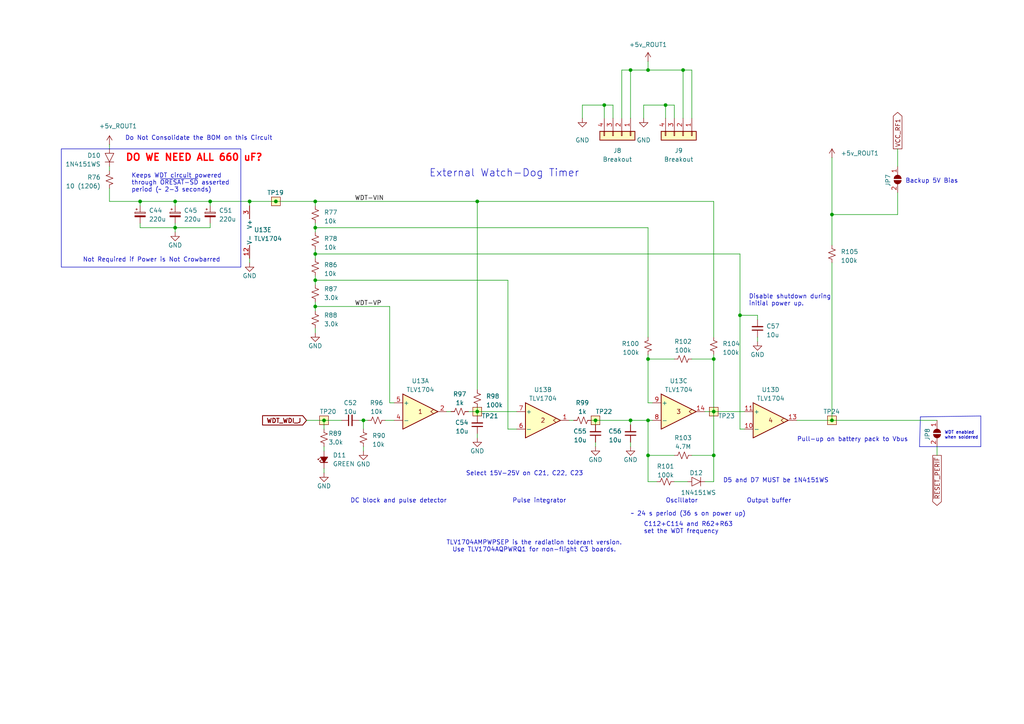
<source format=kicad_sch>
(kicad_sch (version 20231120) (generator "eeschema") (generator_version "8.0")
  (paper "A4")
  (lib_symbols
    (symbol "Connector_Generic:Conn_01x04" (pin_names (offset 1.016) hide)
      (property "Reference" "J" (at 0 5.08 0))
      (property "Value" "Conn_01x04" (at 0 -7.62 0))
      (symbol "Conn_01x04_1_1"
        (pin passive line (at -5.08 2.54 0) (length 3.81) (name "Pin_1") (number "1"))
        (pin passive line (at -5.08 0 0) (length 3.81) (name "Pin_2") (number "2"))
        (pin passive line (at -5.08 -2.54 0) (length 3.81) (name "Pin_3") (number "3"))
        (pin passive line (at -5.08 -5.08 0) (length 3.81) (name "Pin_4") (number "4"))
      )
    )
    (symbol "Device:C_Polarized_Small" (pin_numbers hide) (pin_names (offset 0.254) hide)
      (property "Reference" "C" (at 0.254 1.778 0))
      (property "Value" "C_Polarized_Small" (at 0.254 -2.032 0))
      (symbol "C_Polarized_Small_1_1"
        (pin passive line (at 0 2.54 270) (length 1.8542) (name "~") (number "1"))
        (pin passive line (at 0 -2.54 90) (length 1.8542) (name "~") (number "2"))
      )
    )
    (symbol "Device:C_Small" (pin_numbers hide) (pin_names (offset 0.254) hide)
      (property "Reference" "C" (at 0.254 1.778 0))
      (property "Value" "C_Small" (at 0.254 -2.032 0))
      (symbol "C_Small_1_1"
        (pin passive line (at 0 2.54 270) (length 2.032) (name "~") (number "1"))
        (pin passive line (at 0 -2.54 90) (length 2.032) (name "~") (number "2"))
      )
    )
    (symbol "Device:LED_Small_Filled" (pin_numbers hide) (pin_names (offset 0.254) hide)
      (property "Reference" "D" (at -1.27 3.175 0))
      (property "Value" "LED_Small_Filled" (at -4.445 -2.54 0))
      (symbol "LED_Small_Filled_1_1"
        (pin passive line (at -2.54 0 0) (length 1.778) (name "K") (number "1"))
        (pin passive line (at 2.54 0 180) (length 1.778) (name "A") (number "2"))
      )
    )
    (symbol "Device:R_Small_US" (pin_numbers hide) (pin_names (offset 0.254) hide)
      (property "Reference" "R" (at 0.762 0.508 0))
      (property "Value" "R_Small_US" (at 0.762 -1.016 0))
      (symbol "R_Small_US_1_1"
        (pin passive line (at 0 2.54 270) (length 1.016) (name "~") (number "1"))
        (pin passive line (at 0 -2.54 90) (length 1.016) (name "~") (number "2"))
      )
    )
    (symbol "GND_1" (power) (pin_numbers hide) (pin_names (offset 0) hide)
      (property "Value" "GND" (at 0 -3.81 0))
      (symbol "GND_1_1_1"
        (pin power_in line (at 0 0 270) (length 0) (name "~") (number "1"))
      )
    )
    (symbol "Jumper:SolderJumper_2_Open" (pin_names (offset 0) hide)
      (property "Reference" "JP" (at 0 2.032 0))
      (property "Value" "SolderJumper_2_Open" (at 0 -2.54 0))
      (symbol "SolderJumper_2_Open_1_1"
        (pin passive line (at -3.81 0 0) (length 2.54) (name "A") (number "1"))
        (pin passive line (at 3.81 0 180) (length 2.54) (name "B") (number "2"))
      )
    )
    (symbol "TLV1704AIPWR_1" (pin_names (offset 0.127))
      (property "Reference" "U" (at 0 5.08 0))
      (property "Value" "TLV1704AIPWR" (at 0 -5.08 0))
      (symbol "TLV1704AIPWR_1_1_1"
        (text "1" (at 0 0 0) (effects (font (size 1.27 1.27))))
        (pin open_collector line (at 7.62 0 180) (length 2.54) (name "~") (number "2"))
        (pin input line (at -7.62 -2.54 0) (length 2.54) (name "-") (number "4"))
        (pin input line (at -7.62 2.54 0) (length 2.54) (name "+") (number "5"))
      )
      (symbol "TLV1704AIPWR_1_2_1"
        (text "2" (at 0 0 0) (effects (font (size 1.27 1.27))))
        (pin open_collector line (at 7.62 0 180) (length 2.54) (name "~") (number "1"))
        (pin input line (at -7.62 -2.54 0) (length 2.54) (name "-") (number "6"))
        (pin input line (at -7.62 2.54 0) (length 2.54) (name "+") (number "7"))
      )
      (symbol "TLV1704AIPWR_1_3_1"
        (text "3" (at 0 0 0) (effects (font (size 1.27 1.27))))
        (pin open_collector line (at 7.62 0 180) (length 2.54) (name "~") (number "14"))
        (pin input line (at -7.62 -2.54 0) (length 2.54) (name "-") (number "8"))
        (pin input line (at -7.62 2.54 0) (length 2.54) (name "+") (number "9"))
      )
      (symbol "TLV1704AIPWR_1_4_1"
        (text "4" (at 0 0 0) (effects (font (size 1.27 1.27))))
        (pin input line (at -7.62 -2.54 0) (length 2.54) (name "-") (number "10"))
        (pin input line (at -7.62 2.54 0) (length 2.54) (name "+") (number "11"))
        (pin open_collector line (at 7.62 0 180) (length 2.54) (name "~") (number "13"))
      )
      (symbol "TLV1704AIPWR_1_5_1"
        (pin power_in line (at -2.54 -7.62 90) (length 3.81) (name "V-") (number "12"))
        (pin power_in line (at -2.54 7.62 270) (length 3.81) (name "V+") (number "3"))
      )
    )
    (symbol "TLV1704AIPWR_2" (pin_names (offset 0.127))
      (property "Reference" "U" (at 0 5.08 0))
      (property "Value" "TLV1704AIPWR" (at 0 -5.08 0))
      (symbol "TLV1704AIPWR_2_1_1"
        (text "1" (at 0 0 0) (effects (font (size 1.27 1.27))))
        (pin open_collector line (at 7.62 0 180) (length 2.54) (name "~") (number "2"))
        (pin input line (at -7.62 -2.54 0) (length 2.54) (name "-") (number "4"))
        (pin input line (at -7.62 2.54 0) (length 2.54) (name "+") (number "5"))
      )
      (symbol "TLV1704AIPWR_2_2_1"
        (text "2" (at 0 0 0) (effects (font (size 1.27 1.27))))
        (pin open_collector line (at 7.62 0 180) (length 2.54) (name "~") (number "1"))
        (pin input line (at -7.62 -2.54 0) (length 2.54) (name "-") (number "6"))
        (pin input line (at -7.62 2.54 0) (length 2.54) (name "+") (number "7"))
      )
      (symbol "TLV1704AIPWR_2_3_1"
        (text "3" (at 0 0 0) (effects (font (size 1.27 1.27))))
        (pin open_collector line (at 7.62 0 180) (length 2.54) (name "~") (number "14"))
        (pin input line (at -7.62 -2.54 0) (length 2.54) (name "-") (number "8"))
        (pin input line (at -7.62 2.54 0) (length 2.54) (name "+") (number "9"))
      )
      (symbol "TLV1704AIPWR_2_4_1"
        (text "4" (at 0 0 0) (effects (font (size 1.27 1.27))))
        (pin input line (at -7.62 -2.54 0) (length 2.54) (name "-") (number "10"))
        (pin input line (at -7.62 2.54 0) (length 2.54) (name "+") (number "11"))
        (pin open_collector line (at 7.62 0 180) (length 2.54) (name "~") (number "13"))
      )
      (symbol "TLV1704AIPWR_2_5_1"
        (pin power_in line (at -2.54 -7.62 90) (length 3.81) (name "V-") (number "12"))
        (pin power_in line (at -2.54 7.62 270) (length 3.81) (name "V+") (number "3"))
      )
    )
    (symbol "TLV1704AIPWR_3" (pin_names (offset 0.127))
      (property "Reference" "U" (at 0 5.08 0))
      (property "Value" "TLV1704AIPWR" (at 0 -5.08 0))
      (symbol "TLV1704AIPWR_3_1_1"
        (text "1" (at 0 0 0) (effects (font (size 1.27 1.27))))
        (pin open_collector line (at 7.62 0 180) (length 2.54) (name "~") (number "2"))
        (pin input line (at -7.62 -2.54 0) (length 2.54) (name "-") (number "4"))
        (pin input line (at -7.62 2.54 0) (length 2.54) (name "+") (number "5"))
      )
      (symbol "TLV1704AIPWR_3_2_1"
        (text "2" (at 0 0 0) (effects (font (size 1.27 1.27))))
        (pin open_collector line (at 7.62 0 180) (length 2.54) (name "~") (number "1"))
        (pin input line (at -7.62 -2.54 0) (length 2.54) (name "-") (number "6"))
        (pin input line (at -7.62 2.54 0) (length 2.54) (name "+") (number "7"))
      )
      (symbol "TLV1704AIPWR_3_3_1"
        (text "3" (at 0 0 0) (effects (font (size 1.27 1.27))))
        (pin open_collector line (at 7.62 0 180) (length 2.54) (name "~") (number "14"))
        (pin input line (at -7.62 -2.54 0) (length 2.54) (name "-") (number "8"))
        (pin input line (at -7.62 2.54 0) (length 2.54) (name "+") (number "9"))
      )
      (symbol "TLV1704AIPWR_3_4_1"
        (text "4" (at 0 0 0) (effects (font (size 1.27 1.27))))
        (pin input line (at -7.62 -2.54 0) (length 2.54) (name "-") (number "10"))
        (pin input line (at -7.62 2.54 0) (length 2.54) (name "+") (number "11"))
        (pin open_collector line (at 7.62 0 180) (length 2.54) (name "~") (number "13"))
      )
      (symbol "TLV1704AIPWR_3_5_1"
        (pin power_in line (at -2.54 -7.62 90) (length 3.81) (name "V-") (number "12"))
        (pin power_in line (at -2.54 7.62 270) (length 3.81) (name "V+") (number "3"))
      )
    )
    (symbol "TLV1704AIPWR_4" (pin_names (offset 0.127))
      (property "Reference" "U" (at 0 5.08 0))
      (property "Value" "TLV1704AIPWR" (at 0 -5.08 0))
      (symbol "TLV1704AIPWR_4_1_1"
        (text "1" (at 0 0 0) (effects (font (size 1.27 1.27))))
        (pin open_collector line (at 7.62 0 180) (length 2.54) (name "~") (number "2"))
        (pin input line (at -7.62 -2.54 0) (length 2.54) (name "-") (number "4"))
        (pin input line (at -7.62 2.54 0) (length 2.54) (name "+") (number "5"))
      )
      (symbol "TLV1704AIPWR_4_2_1"
        (text "2" (at 0 0 0) (effects (font (size 1.27 1.27))))
        (pin open_collector line (at 7.62 0 180) (length 2.54) (name "~") (number "1"))
        (pin input line (at -7.62 -2.54 0) (length 2.54) (name "-") (number "6"))
        (pin input line (at -7.62 2.54 0) (length 2.54) (name "+") (number "7"))
      )
      (symbol "TLV1704AIPWR_4_3_1"
        (text "3" (at 0 0 0) (effects (font (size 1.27 1.27))))
        (pin open_collector line (at 7.62 0 180) (length 2.54) (name "~") (number "14"))
        (pin input line (at -7.62 -2.54 0) (length 2.54) (name "-") (number "8"))
        (pin input line (at -7.62 2.54 0) (length 2.54) (name "+") (number "9"))
      )
      (symbol "TLV1704AIPWR_4_4_1"
        (text "4" (at 0 0 0) (effects (font (size 1.27 1.27))))
        (pin input line (at -7.62 -2.54 0) (length 2.54) (name "-") (number "10"))
        (pin input line (at -7.62 2.54 0) (length 2.54) (name "+") (number "11"))
        (pin open_collector line (at 7.62 0 180) (length 2.54) (name "~") (number "13"))
      )
      (symbol "TLV1704AIPWR_4_5_1"
        (pin power_in line (at -2.54 -7.62 90) (length 3.81) (name "V-") (number "12"))
        (pin power_in line (at -2.54 7.62 270) (length 3.81) (name "V+") (number "3"))
      )
    )
    (symbol "oresat-diodes:1N4151WS-HE3" (pin_numbers hide) (pin_names (offset 0) hide)
      (property "Reference" "D" (at 0 2.54 0))
      (property "Value" "1N4151WS" (at 0 -2.54 0))
      (symbol "1N4151WS-HE3_1_1"
        (pin passive line (at 2.54 0 180) (length 1.27) (name "1") (number "1"))
        (pin passive line (at -2.54 0 0) (length 1.27) (name "2") (number "2"))
      )
    )
    (symbol "oresat-ics:TLV1704AIPWR" (pin_names (offset 0.127))
      (property "Reference" "U" (at 0 5.08 0))
      (property "Value" "TLV1704AIPWR" (at 0 -5.08 0))
      (symbol "TLV1704AIPWR_1_1"
        (text "1" (at 0 0 0) (effects (font (size 1.27 1.27))))
        (pin open_collector line (at 7.62 0 180) (length 2.54) (name "~") (number "2"))
        (pin input line (at -7.62 -2.54 0) (length 2.54) (name "-") (number "4"))
        (pin input line (at -7.62 2.54 0) (length 2.54) (name "+") (number "5"))
      )
      (symbol "TLV1704AIPWR_2_1"
        (text "2" (at 0 0 0) (effects (font (size 1.27 1.27))))
        (pin open_collector line (at 7.62 0 180) (length 2.54) (name "~") (number "1"))
        (pin input line (at -7.62 -2.54 0) (length 2.54) (name "-") (number "6"))
        (pin input line (at -7.62 2.54 0) (length 2.54) (name "+") (number "7"))
      )
      (symbol "TLV1704AIPWR_3_1"
        (text "3" (at 0 0 0) (effects (font (size 1.27 1.27))))
        (pin open_collector line (at 7.62 0 180) (length 2.54) (name "~") (number "14"))
        (pin input line (at -7.62 -2.54 0) (length 2.54) (name "-") (number "8"))
        (pin input line (at -7.62 2.54 0) (length 2.54) (name "+") (number "9"))
      )
      (symbol "TLV1704AIPWR_4_1"
        (text "4" (at 0 0 0) (effects (font (size 1.27 1.27))))
        (pin input line (at -7.62 -2.54 0) (length 2.54) (name "-") (number "10"))
        (pin input line (at -7.62 2.54 0) (length 2.54) (name "+") (number "11"))
        (pin open_collector line (at 7.62 0 180) (length 2.54) (name "~") (number "13"))
      )
      (symbol "TLV1704AIPWR_5_1"
        (pin power_in line (at -2.54 -7.62 90) (length 3.81) (name "V-") (number "12"))
        (pin power_in line (at -2.54 7.62 270) (length 3.81) (name "V+") (number "3"))
      )
    )
    (symbol "oresat-misc:Test-Point-0.75mm-th" (exclude_from_sim yes) (in_bom no)
      (property "Reference" "TP" (at 0 2.54 0))
      (symbol "Test-Point-0.75mm-th_1_0"
        (pin passive line (at 0 0 0) (length 0) (name "1") (number "1"))
      )
    )
    (symbol "power:GND" (power) (pin_names (offset 0))
      (property "Value" "GND" (at 0 -3.81 0))
      (symbol "GND_1_1"
        (pin power_in line (at 0 0 270) (length 0) hide (name "GND") (number "1"))
      )
    )
    (symbol "power:VBUS" (power) (pin_numbers hide) (pin_names (offset 0) hide)
      (property "Value" "VBUS" (at 0 3.556 0))
      (symbol "VBUS_1_1"
        (pin power_in line (at 0 0 90) (length 0) (name "~") (number "1"))
      )
    )
  )
  (junction (at 175.26 30.48))
  (junction (at 187.96 20.32))
  (junction (at 91.44 58.42))
  (junction (at 80.01 58.42))
  (junction (at 138.43 119.38))
  (junction (at 91.44 73.66))
  (junction (at 60.96 58.42))
  (junction (at 91.44 88.9))
  (junction (at 214.63 91.44))
  (junction (at 207.01 132.08))
  (junction (at 93.98 121.92))
  (junction (at 91.44 66.04))
  (junction (at 138.43 58.42))
  (junction (at 198.12 20.32))
  (junction (at 187.96 104.14))
  (junction (at 187.96 132.08))
  (junction (at 241.3 62.23))
  (junction (at 193.04 30.48))
  (junction (at 91.44 81.28))
  (junction (at 50.8 66.04))
  (junction (at 241.3 121.92))
  (junction (at 207.01 119.38))
  (junction (at 187.96 121.92))
  (junction (at 182.88 121.92))
  (junction (at 72.39 58.42))
  (junction (at 207.01 104.14))
  (junction (at 105.41 121.92))
  (junction (at 40.64 58.42))
  (junction (at 182.88 20.32))
  (junction (at 172.72 121.92))
  (junction (at 50.8 58.42))
  (wire (pts (xy 200.66 34.29) (xy 200.66 20.32)))
  (wire (pts (xy 207.01 104.14) (xy 207.01 119.38)))
  (wire (pts (xy 147.32 81.28) (xy 147.32 124.46)))
  (wire (pts (xy 195.58 132.08) (xy 187.96 132.08)))
  (wire (pts (xy 72.39 59.69) (xy 72.39 58.42)))
  (wire (pts (xy 172.72 129.54) (xy 172.72 128.27)))
  (wire (pts (xy 93.98 124.46) (xy 93.98 121.92)))
  (wire (pts (xy 31.75 41.91) (xy 31.75 43.18)))
  (wire (pts (xy 50.8 58.42) (xy 60.96 58.42)))
  (wire (pts (xy 138.43 119.38) (xy 149.86 119.38)))
  (wire (pts (xy 50.8 58.42) (xy 50.8 59.69)))
  (wire (pts (xy 187.96 121.92) (xy 189.23 121.92)))
  (wire (pts (xy 91.44 95.25) (xy 91.44 96.52)))
  (wire (pts (xy 195.58 30.48) (xy 195.58 34.29)))
  (polyline (pts (xy 266.954 120.904) (xy 284.48 120.65)))
  (wire (pts (xy 165.1 121.92) (xy 166.37 121.92)))
  (wire (pts (xy 91.44 73.66) (xy 214.63 73.66)))
  (wire (pts (xy 91.44 66.04) (xy 91.44 67.31)))
  (wire (pts (xy 189.23 116.84) (xy 187.96 116.84)))
  (wire (pts (xy 88.9 121.92) (xy 93.98 121.92)))
  (wire (pts (xy 72.39 58.42) (xy 80.01 58.42)))
  (wire (pts (xy 182.88 20.32) (xy 187.96 20.32)))
  (wire (pts (xy 50.8 64.77) (xy 50.8 66.04)))
  (wire (pts (xy 105.41 129.54) (xy 105.41 130.81)))
  (wire (pts (xy 113.03 88.9) (xy 113.03 116.84)))
  (wire (pts (xy 200.66 20.32) (xy 198.12 20.32)))
  (wire (pts (xy 198.12 34.29) (xy 198.12 20.32)))
  (wire (pts (xy 207.01 132.08) (xy 207.01 119.38)))
  (wire (pts (xy 138.43 127) (xy 138.43 125.73)))
  (wire (pts (xy 147.32 124.46) (xy 149.86 124.46)))
  (wire (pts (xy 105.41 121.92) (xy 105.41 124.46)))
  (wire (pts (xy 40.64 58.42) (xy 40.64 59.69)))
  (wire (pts (xy 187.96 139.7) (xy 190.5 139.7)))
  (wire (pts (xy 214.63 91.44) (xy 219.71 91.44)))
  (wire (pts (xy 171.45 121.92) (xy 172.72 121.92)))
  (wire (pts (xy 182.88 121.92) (xy 187.96 121.92)))
  (wire (pts (xy 187.96 102.87) (xy 187.96 104.14)))
  (wire (pts (xy 31.75 58.42) (xy 40.64 58.42)))
  (wire (pts (xy 241.3 76.2) (xy 241.3 121.92)))
  (wire (pts (xy 207.01 139.7) (xy 207.01 132.08)))
  (wire (pts (xy 138.43 119.38) (xy 138.43 120.65)))
  (wire (pts (xy 50.8 66.04) (xy 60.96 66.04)))
  (wire (pts (xy 187.96 132.08) (xy 187.96 121.92)))
  (wire (pts (xy 207.01 119.38) (xy 215.9 119.38)))
  (wire (pts (xy 260.35 62.23) (xy 241.3 62.23)))
  (wire (pts (xy 50.8 66.04) (xy 50.8 67.31)))
  (wire (pts (xy 187.96 20.32) (xy 187.96 17.78)))
  (wire (pts (xy 214.63 124.46) (xy 215.9 124.46)))
  (wire (pts (xy 111.76 121.92) (xy 114.3 121.92)))
  (wire (pts (xy 214.63 91.44) (xy 214.63 124.46)))
  (wire (pts (xy 93.98 121.92) (xy 99.06 121.92)))
  (wire (pts (xy 182.88 20.32) (xy 182.88 34.29)))
  (wire (pts (xy 186.69 30.48) (xy 186.69 34.29)))
  (wire (pts (xy 200.66 132.08) (xy 207.01 132.08)))
  (wire (pts (xy 104.14 121.92) (xy 105.41 121.92)))
  (polyline (pts (xy 266.7 129.54) (xy 266.954 120.904)))
  (wire (pts (xy 193.04 30.48) (xy 195.58 30.48)))
  (wire (pts (xy 168.91 30.48) (xy 168.91 34.29)))
  (polyline (pts (xy 284.48 129.54) (xy 266.7 129.54)))
  (wire (pts (xy 80.01 58.42) (xy 91.44 58.42)))
  (wire (pts (xy 231.14 121.92) (xy 241.3 121.92)))
  (wire (pts (xy 182.88 123.19) (xy 182.88 121.92)))
  (wire (pts (xy 177.8 30.48) (xy 177.8 34.29)))
  (wire (pts (xy 219.71 99.06) (xy 219.71 97.79)))
  (wire (pts (xy 60.96 58.42) (xy 72.39 58.42)))
  (wire (pts (xy 91.44 73.66) (xy 91.44 74.93)))
  (wire (pts (xy 40.64 58.42) (xy 50.8 58.42)))
  (polyline (pts (xy 284.48 120.65) (xy 284.48 129.54)))
  (wire (pts (xy 72.39 76.2) (xy 72.39 74.93)))
  (wire (pts (xy 193.04 30.48) (xy 186.69 30.48)))
  (wire (pts (xy 175.26 34.29) (xy 175.26 30.48)))
  (wire (pts (xy 182.88 129.54) (xy 182.88 128.27)))
  (wire (pts (xy 193.04 34.29) (xy 193.04 30.48)))
  (wire (pts (xy 198.12 20.32) (xy 187.96 20.32)))
  (wire (pts (xy 91.44 72.39) (xy 91.44 73.66)))
  (wire (pts (xy 138.43 58.42) (xy 207.01 58.42)))
  (wire (pts (xy 91.44 59.69) (xy 91.44 58.42)))
  (wire (pts (xy 219.71 92.71) (xy 219.71 91.44)))
  (wire (pts (xy 241.3 121.92) (xy 271.78 121.92)))
  (wire (pts (xy 180.34 34.29) (xy 180.34 20.32)))
  (wire (pts (xy 187.96 139.7) (xy 187.96 132.08)))
  (wire (pts (xy 60.96 64.77) (xy 60.96 66.04)))
  (wire (pts (xy 175.26 30.48) (xy 168.91 30.48)))
  (wire (pts (xy 60.96 59.69) (xy 60.96 58.42)))
  (wire (pts (xy 138.43 119.38) (xy 138.43 118.11)))
  (wire (pts (xy 91.44 88.9) (xy 113.03 88.9)))
  (wire (pts (xy 135.89 119.38) (xy 138.43 119.38)))
  (wire (pts (xy 93.98 129.54) (xy 93.98 130.81)))
  (wire (pts (xy 200.66 104.14) (xy 207.01 104.14)))
  (wire (pts (xy 204.47 139.7) (xy 207.01 139.7)))
  (wire (pts (xy 214.63 73.66) (xy 214.63 91.44)))
  (wire (pts (xy 138.43 58.42) (xy 138.43 113.03)))
  (wire (pts (xy 91.44 80.01) (xy 91.44 81.28)))
  (wire (pts (xy 31.75 54.61) (xy 31.75 58.42)))
  (wire (pts (xy 187.96 116.84) (xy 187.96 104.14)))
  (wire (pts (xy 138.43 58.42) (xy 91.44 58.42)))
  (wire (pts (xy 91.44 88.9) (xy 91.44 90.17)))
  (wire (pts (xy 187.96 104.14) (xy 195.58 104.14)))
  (wire (pts (xy 129.54 119.38) (xy 130.81 119.38)))
  (wire (pts (xy 207.01 102.87) (xy 207.01 104.14)))
  (wire (pts (xy 241.3 62.23) (xy 241.3 71.12)))
  (wire (pts (xy 195.58 139.7) (xy 199.39 139.7)))
  (wire (pts (xy 260.35 43.18) (xy 260.35 48.26)))
  (wire (pts (xy 175.26 30.48) (xy 177.8 30.48)))
  (wire (pts (xy 180.34 20.32) (xy 182.88 20.32)))
  (wire (pts (xy 271.78 129.54) (xy 271.78 132.08)))
  (wire (pts (xy 93.98 137.16) (xy 93.98 135.89)))
  (wire (pts (xy 172.72 121.92) (xy 172.72 123.19)))
  (wire (pts (xy 91.44 81.28) (xy 91.44 82.55)))
  (wire (pts (xy 40.64 64.77) (xy 40.64 66.04)))
  (wire (pts (xy 207.01 97.79) (xy 207.01 58.42)))
  (wire (pts (xy 105.41 121.92) (xy 106.68 121.92)))
  (wire (pts (xy 260.35 55.88) (xy 260.35 62.23)))
  (wire (pts (xy 91.44 81.28) (xy 147.32 81.28)))
  (wire (pts (xy 91.44 64.77) (xy 91.44 66.04)))
  (wire (pts (xy 31.75 48.26) (xy 31.75 49.53)))
  (wire (pts (xy 204.47 119.38) (xy 207.01 119.38)))
  (wire (pts (xy 187.96 97.79) (xy 187.96 66.04)))
  (wire (pts (xy 91.44 66.04) (xy 187.96 66.04)))
  (wire (pts (xy 91.44 87.63) (xy 91.44 88.9)))
  (wire (pts (xy 50.8 66.04) (xy 40.64 66.04)))
  (wire (pts (xy 113.03 116.84) (xy 114.3 116.84)))
  (wire (pts (xy 241.3 45.72) (xy 241.3 62.23)))
  (wire (pts (xy 172.72 121.92) (xy 182.88 121.92)))
  (rectangle (start 17.78 43.18) (end 69.85 77.47))
  (text "DC block and pulse detector" (at 101.6 146.05 0) (effects (font (size 1.27 1.27)) (justify left bottom)))
  (text "Pull-up on battery pack to Vbus" (at 231.14 128.27 0) (effects (font (size 1.27 1.27)) (justify left bottom)))
  (text "Backup 5V Bias" (at 270.256 52.578 0) (effects (font (size 1.27 1.27))))
  (text "TLV1704AMPWPSEP is the radiation tolerant version.\nUse TLV1704AQPWRQ1 for non-flight C3 boards." (at 154.94 158.496 0) (effects (font (size 1.27 1.27))))
  (text "~ 24 s period (36 s on power up)" (at 182.88 149.86 0) (effects (font (size 1.27 1.27)) (justify left bottom)))
  (text "DO WE NEED ALL 660 uF?" (at 36.322 46.99 0) (effects (font (size 2 2) (thickness 0.4) (bold yes)) (justify left bottom)))
  (text "Output buffer" (at 216.535 146.05 0) (effects (font (size 1.27 1.27)) (justify left bottom)))
  (text "Disable shutdown during\ninitial power up." (at 217.17 88.9 0) (effects (font (size 1.27 1.27)) (justify left bottom)))
  (text "External Watch-Dog Timer" (at 124.46 51.562 0) (effects (font (size 2.159 2.159)) (justify left bottom)))
  (text "C112+C114 and R62+R63 \nset the WDT frequency" (at 186.69 154.94 0) (effects (font (size 1.27 1.27)) (justify left bottom)))
  (text "WDT enabled\nwhen soldered" (at 273.939 127.508 0) (effects (font (size 0.889 0.889)) (justify left bottom)))
  (text "Oscillator" (at 193.04 146.05 0) (effects (font (size 1.27 1.27)) (justify left bottom)))
  (text "Do Not Consolidate the BOM on this Circuit" (at 57.658 40.132 0) (effects (font (size 1.27 1.27))))
  (text "Keeps WDT circuit powered\nthrough ~{ORESAT-SD} asserted\nperiod (~ 2-3 seconds)" (at 38.1 55.88 0) (effects (font (size 1.27 1.27)) (justify left bottom)))
  (text "Pulse integrator" (at 148.59 146.05 0) (effects (font (size 1.27 1.27)) (justify left bottom)))
  (text "D5 and D7 MUST be 1N4151WS" (at 225.044 139.446 0) (effects (font (size 1.27 1.27))))
  (text "Not Required if Power is Not Crowbarred " (at 44.45 75.438 0) (effects (font (size 1.27 1.27))))
  (text "Select 15V-25V on C21, C22, C23" (at 152.146 137.414 0) (effects (font (size 1.27 1.27))))
  (label "WDT-VIN" (at 102.87 58.42 0))
  (label "WDT-VP" (at 102.87 88.9 0))
  (global_label "VCC_RF1" (shape output) (at 260.35 43.18 90) (property "Intersheetrefs" "${INTERSHEET_REFS}" (effects (hide yes))))
  (global_label "~{RESET_PERIF}" (shape output) (at 271.78 132.08 270) (property "Intersheetrefs" "${INTERSHEET_REFS}" (effects (hide yes))))
  (global_label "WDT_WDI_J" (shape input) (at 88.9 121.92 180) (effects (font (thickness 0.254) (bold yes))) (property "Intersheetrefs" "${INTERSHEET_REFS}" (effects (hide yes))))
  (symbol (lib_name "GND_1") (lib_id "power:GND") (at 186.69 34.29 0) (unit 1)
    (property "Reference" "#PWR0107" (effects (hide yes)))
    (property "Value" "GND" (at 186.69 40.64 0))
    (property "Description" "Power symbol creates a global label with name \"GND\" , ground" (effects (hide yes)))
  )
  (symbol (lib_id "Device:R_Small_US") (at 91.44 69.85 0) (unit 1)
    (property "Reference" "R78" (at 93.98 69.215 0) (effects (justify left)))
    (property "Value" "10k" (at 93.98 71.755 0) (effects (justify left)))
    (property "Footprint" "Resistor_SMD:R_0603_1608Metric" (effects (hide yes)))
    (property "Description" "10 kOhms ±1% 0.1W, 1/10W Chip Resistor 0603 (1608 Metric) Automotive AEC-Q200 Thick Film" (effects (hide yes)))
    (property "DPN" "RMCF0603FT10K0CT-ND" (effects (hide yes)))
    (property "DST" "Digi-Key" (effects (hide yes)))
    (property "MFR" "Stackpole Electronics Inc" (effects (hide yes)))
    (property "MPN" "RMCF0603FT10K0" (effects (hide yes)))
  )
  (symbol (lib_id "Device:C_Polarized_Small") (at 40.64 62.23 0) (unit 1)
    (property "Reference" "C44" (at 43.18 61.0489 0) (effects (justify left)))
    (property "Value" "220u" (at 43.18 63.5889 0) (effects (justify left)))
    (property "Footprint" "Capacitor_Tantalum_SMD:CP_EIA-7361-38_AVX-V" (effects (hide yes)))
    (property "Description" "220µF Molded Tantalum Capacitors 25V 2924 (7361 Metric) 100mOhm @ 100kHz" (effects (hide yes)))
    (property "DPN" "478-12518-2-ND" (effects (hide yes)))
    (property "DST" "Digi-Key" (effects (hide yes)))
    (property "MFR" "Kyocera AVX" (effects (hide yes)))
    (property "MPN" "TCN4227M025R0100" (effects (hide yes)))
  )
  (symbol (lib_id "Device:R_Small_US") (at 31.75 52.07 0) (mirror y) (unit 1)
    (property "Reference" "R76" (at 29.21 51.435 0) (effects (justify left)))
    (property "Value" "10 (1206)" (at 29.21 53.975 0) (effects (justify left)))
    (property "Footprint" "Resistor_SMD:R_1206_3216Metric" (effects (hide yes)))
    (property "Description" "10 Ohms ±1% 0.5W, 1/2W Chip Resistor 1206 (3216 Metric) Automotive AEC-Q200, Pulse Withstanding Thick Film" (effects (hide yes)))
    (property "DPN" "RHM10.0AFCT-ND" (effects (hide yes)))
    (property "DST" "Digi-Key" (effects (hide yes)))
    (property "MFR" "Rohm Semiconductor" (effects (hide yes)))
    (property "MPN" "ESR18EZPF10R0" (effects (hide yes)))
  )
  (symbol (lib_id "power:VBUS") (at 187.96 17.78 0) (unit 1)
    (property "Reference" "#PWR0108" (effects (hide yes)))
    (property "Value" "+5v_ROUT1" (at 187.96 12.954 0))
    (property "Description" "Power symbol creates a global label with name \"VBUS\"" (effects (hide yes)))
  )
  (symbol (lib_id "power:GND") (at 172.72 129.54 0) (mirror y) (unit 1)
    (property "Reference" "#PWR0105" (effects (hide yes)))
    (property "Value" "GND" (at 172.72 133.35 0))
    (property "Description" "Power symbol creates a global label with name \"GND\" , ground" (effects (hide yes)))
  )
  (symbol (lib_name "TLV1704AIPWR_2") (lib_id "oresat-ics:TLV1704AIPWR") (at 196.85 119.38 0) (unit 3)
    (property "Reference" "U13" (at 196.85 110.49 0))
    (property "Value" "TLV1704" (at 196.85 113.03 0))
    (property "Footprint" "Package_SO:TSSOP-14_4.4x5mm_P0.65mm" (effects (hide yes)))
    (property "Datasheet" "https://www.ti.com/lit/ds/symlink/tlv1704-sep.pdf" (effects (hide yes)))
    (property "Description" "Analog Comparators 2.2-V to 36-V, radiation tolerant microPower quad comparator in space enhanced plastic 14-TSSOP -55 to 125" (effects (hide yes)))
    (property "MFR" "Texas Instruments" (effects (hide yes)))
    (property "MPN" "TLV1704AQPWRQ1" (effects (hide yes)))
    (property "DST" "Digi-Key" (effects (hide yes)))
    (property "DPN" "296-43799-2-ND" (effects (hide yes)))
  )
  (symbol (lib_id "Connector_Generic:Conn_01x04") (at 180.34 39.37 270) (unit 1)
    (property "Reference" "J8" (at 179.07 43.688 90))
    (property "Value" "Breakout" (at 179.07 46.228 90))
    (property "Footprint" "Connector_PinHeader_2.54mm:PinHeader_1x04_P2.54mm_Vertical" (effects (hide yes)))
  )
  (symbol (lib_id "Device:C_Small") (at 219.71 95.25 180) (unit 1)
    (property "Reference" "C57" (at 222.25 94.6086 0) (effects (justify right)))
    (property "Value" "10u" (at 222.25 97.1486 0) (effects (justify right)))
    (property "Footprint" "Capacitor_SMD:C_0603_1608Metric" (effects (hide yes)))
    (property "Description" "10 µF ±10% 16V Ceramic Capacitor X5R 0603 (1608 Metric)" (effects (hide yes)))
    (property "DPN" "490-12317-1-ND" (effects (hide yes)))
    (property "DST" "Digi-Key" (effects (hide yes)))
    (property "MFR" "Murata" (effects (hide yes)))
    (property "MPN" "GRT188R61C106KE13D" (effects (hide yes)))
  )
  (symbol (lib_id "Device:R_Small_US") (at 91.44 85.09 0) (unit 1)
    (property "Reference" "R87" (at 93.98 83.82 0) (effects (justify left)))
    (property "Value" "3.0k" (at 93.98 86.36 0) (effects (justify left)))
    (property "Footprint" "Resistor_SMD:R_0603_1608Metric" (effects (hide yes)))
    (property "Description" "3 kOhms ±1% 0.1W, 1/10W Chip Resistor 0603 (1608 Metric) Automotive AEC-Q200 Thick Film" (effects (hide yes)))
    (property "DPN" "RMCF0603FT3K00CT-ND" (effects (hide yes)))
    (property "DST" "Digi-Key" (effects (hide yes)))
    (property "MFR" "Stackpole Electronics Inc" (effects (hide yes)))
    (property "MPN" "RMCF0603FT3K00" (effects (hide yes)))
  )
  (symbol (lib_id "Device:R_Small_US") (at 105.41 127 0) (unit 1)
    (property "Reference" "R90" (at 107.95 126.365 0) (effects (justify left)))
    (property "Value" "10k" (at 107.95 128.905 0) (effects (justify left)))
    (property "Footprint" "Resistor_SMD:R_0603_1608Metric" (effects (hide yes)))
    (property "Description" "10 kOhms ±1% 0.1W, 1/10W Chip Resistor 0603 (1608 Metric) Automotive AEC-Q200 Thick Film" (effects (hide yes)))
    (property "DPN" "RMCF0603FT10K0CT-ND" (effects (hide yes)))
    (property "DST" "Digi-Key" (effects (hide yes)))
    (property "MFR" "Stackpole Electronics Inc" (effects (hide yes)))
    (property "MPN" "RMCF0603FT10K0" (effects (hide yes)))
  )
  (symbol (lib_id "Device:C_Polarized_Small") (at 50.8 62.23 0) (unit 1)
    (property "Reference" "C45" (at 53.34 61.0489 0) (effects (justify left)))
    (property "Value" "220u" (at 53.34 63.5889 0) (effects (justify left)))
    (property "Footprint" "Capacitor_Tantalum_SMD:CP_EIA-7361-38_AVX-V" (effects (hide yes)))
    (property "Description" "220µF Molded Tantalum Capacitors 16V 2917 (7343 Metric) 100mOhm @ 100kHz" (effects (hide yes)))
    (property "DPN" "478-12518-2-ND" (effects (hide yes)))
    (property "DST" "Digi-Key" (effects (hide yes)))
    (property "MFR" "Kyocera AVX" (effects (hide yes)))
    (property "MPN" "TCN4227M025R0100" (effects (hide yes)))
  )
  (symbol (lib_id "oresat-diodes:1N4151WS-HE3") (at 31.75 45.72 90) (mirror x) (unit 1)
    (property "Reference" "D10" (at 29.21 45.085 90) (effects (justify left)))
    (property "Value" "1N4151WS" (at 29.21 47.625 90) (effects (justify left)))
    (property "Footprint" "Diode_SMD:D_SOD-323" (effects (hide yes)))
    (property "Datasheet" "https://www.vishay.com/docs/85847/1n4151ws.pdf" (effects (hide yes)))
    (property "Description" "Diode Standard 50V 150mA Surface Mount SOD-323" (effects (hide yes)))
    (property "DPN" "112-1N4151WS-E3-08CT-ND" (effects (hide yes)))
    (property "DST" "Digi-Key" (effects (hide yes)))
    (property "MFR" "Vishay" (effects (hide yes)))
    (property "MPN" "1N4151WS-E3-08" (effects (hide yes)))
  )
  (symbol (lib_id "power:GND") (at 219.71 99.06 0) (mirror y) (unit 1)
    (property "Reference" "#PWR0109" (effects (hide yes)))
    (property "Value" "GND" (at 219.71 102.87 0))
    (property "Description" "Power symbol creates a global label with name \"GND\" , ground" (effects (hide yes)))
  )
  (symbol (lib_id "Device:R_Small_US") (at 198.12 104.14 90) (unit 1)
    (property "Reference" "R102" (at 198.12 99.06 90))
    (property "Value" "100k" (at 198.12 101.6 90))
    (property "Footprint" "Resistor_SMD:R_0603_1608Metric" (effects (hide yes)))
    (property "Description" "100 kOhms ±5% 0.1W, 1/10W Chip Resistor 0603 (1608 Metric) Automotive AEC-Q200 Thick Film" (effects (hide yes)))
    (property "DPN" "RMCF0603FT100KCT-ND" (effects (hide yes)))
    (property "DST" "Digi-Key" (effects (hide yes)))
    (property "MFR" "Stackpole Electronics Inc" (effects (hide yes)))
    (property "MPN" "RMCF0603FT100K" (effects (hide yes)))
  )
  (symbol (lib_id "power:VBUS") (at 31.75 41.91 0) (unit 1)
    (property "Reference" "#PWR097" (effects (hide yes)))
    (property "Value" "+5v_ROUT1" (at 28.702 36.576 0) (effects (justify left)))
    (property "Description" "Power symbol creates a global label with name \"VBUS\"" (effects (hide yes)))
  )
  (symbol (lib_id "Jumper:SolderJumper_2_Open") (at 260.35 52.07 270) (unit 1)
    (property "Reference" "JP7" (at 257.556 52.324 0))
    (property "Value" "SolderJumper_2_Open" (effects (hide yes)))
    (property "Footprint" "Jumper:SolderJumper-2_P1.3mm_Open_RoundedPad1.0x1.5mm" (effects (hide yes)))
  )
  (symbol (lib_id "Device:R_Small_US") (at 138.43 115.57 0) (unit 1)
    (property "Reference" "R98" (at 140.97 114.935 0) (effects (justify left)))
    (property "Value" "100k" (at 140.97 117.475 0) (effects (justify left)))
    (property "Footprint" "Resistor_SMD:R_0603_1608Metric" (effects (hide yes)))
    (property "Description" "100 kOhms ±5% 0.1W, 1/10W Chip Resistor 0603 (1608 Metric) Automotive AEC-Q200 Thick Film" (effects (hide yes)))
    (property "DPN" "RMCF0603FT100KCT-ND" (effects (hide yes)))
    (property "DST" "Digi-Key" (effects (hide yes)))
    (property "MFR" "Stackpole Electronics Inc" (effects (hide yes)))
    (property "MPN" "RMCF0603FT100K" (effects (hide yes)))
  )
  (symbol (lib_id "Device:R_Small_US") (at 133.35 119.38 90) (unit 1)
    (property "Reference" "R97" (at 133.35 114.3 90))
    (property "Value" "1k" (at 133.35 116.84 90))
    (property "Footprint" "Resistor_SMD:R_0603_1608Metric" (effects (hide yes)))
    (property "Description" "1 kOhms ±1% 0.1W, 1/10W Chip Resistor 0603 (1608 Metric) Automotive AEC-Q200 Thick Film" (effects (hide yes)))
    (property "DPN" "RMCF0603FT1K00CT-ND" (effects (hide yes)))
    (property "DST" "Digi-Key" (effects (hide yes)))
    (property "MFR" "Stackpole Electronics Inc" (effects (hide yes)))
    (property "MPN" "RMCF0603FT1K00" (effects (hide yes)))
  )
  (symbol (lib_id "oresat-misc:Test-Point-0.75mm-th") (at 241.3 121.92 0) (unit 1) (exclude_from_sim yes) (in_bom no)
    (property "Reference" "TP24" (at 238.76 119.38 0) (effects (justify left)))
    (property "Value" "TestPoint-MinTH" (effects (hide yes)))
    (property "Footprint" "oresat-misc:TestPoint-0.75mm-th" (effects (hide yes)))
    (property "Description" "0.75 mm TH test point; good for scope probes and jumpers" (effects (hide yes)))
  )
  (symbol (lib_id "Device:R_Small_US") (at 193.04 139.7 270) (unit 1)
    (property "Reference" "R101" (at 193.04 135.255 90))
    (property "Value" "100k" (at 193.04 137.795 90))
    (property "Footprint" "Resistor_SMD:R_0603_1608Metric" (effects (hide yes)))
    (property "Description" "100 kOhms ±5% 0.1W, 1/10W Chip Resistor 0603 (1608 Metric) Automotive AEC-Q200 Thick Film" (effects (hide yes)))
    (property "DPN" "RMCF0603FT100KCT-ND" (effects (hide yes)))
    (property "DST" "Digi-Key" (effects (hide yes)))
    (property "MFR" "Stackpole Electronics Inc" (effects (hide yes)))
    (property "MPN" "RMCF0603FT100K" (effects (hide yes)))
  )
  (symbol (lib_id "power:GND") (at 93.98 137.16 0) (unit 1)
    (property "Reference" "#PWR0101" (effects (hide yes)))
    (property "Value" "GND" (at 93.98 140.97 0))
    (property "Description" "Power symbol creates a global label with name \"GND\" , ground" (effects (hide yes)))
  )
  (symbol (lib_name "TLV1704AIPWR_1") (lib_id "oresat-ics:TLV1704AIPWR") (at 121.92 119.38 0) (unit 1)
    (property "Reference" "U13" (at 121.92 110.49 0))
    (property "Value" "TLV1704" (at 121.92 113.03 0))
    (property "Footprint" "Package_SO:TSSOP-14_4.4x5mm_P0.65mm" (effects (hide yes)))
    (property "Datasheet" "https://www.ti.com/lit/ds/symlink/tlv1704-sep.pdf" (effects (hide yes)))
    (property "Description" "Analog Comparators 2.2-V to 36-V, radiation tolerant microPower quad comparator in space enhanced plastic 14-TSSOP -55 to 125" (effects (hide yes)))
    (property "MFR" "Texas Instruments" (effects (hide yes)))
    (property "MPN" "TLV1704AQPWRQ1" (effects (hide yes)))
    (property "DST" "Digi-Key" (effects (hide yes)))
    (property "DPN" "296-43799-2-ND" (effects (hide yes)))
  )
  (symbol (lib_name "TLV1704AIPWR_4") (lib_id "oresat-ics:TLV1704AIPWR") (at 157.48 121.92 0) (unit 2)
    (property "Reference" "U13" (at 157.48 113.03 0))
    (property "Value" "TLV1704" (at 157.48 115.57 0))
    (property "Footprint" "Package_SO:TSSOP-14_4.4x5mm_P0.65mm" (effects (hide yes)))
    (property "Datasheet" "https://www.ti.com/lit/ds/symlink/tlv1704-sep.pdf" (effects (hide yes)))
    (property "Description" "Analog Comparators 2.2-V to 36-V, radiation tolerant microPower quad comparator in space enhanced plastic 14-TSSOP -55 to 125" (effects (hide yes)))
    (property "MFR" "Texas Instruments" (effects (hide yes)))
    (property "MPN" "TLV1704AQPWRQ1" (effects (hide yes)))
    (property "DST" "Digi-Key" (effects (hide yes)))
    (property "DPN" "296-43799-2-ND" (effects (hide yes)))
  )
  (symbol (lib_id "power:GND") (at 105.41 130.81 0) (unit 1)
    (property "Reference" "#PWR0102" (effects (hide yes)))
    (property "Value" "GND" (at 105.41 134.62 0))
    (property "Description" "Power symbol creates a global label with name \"GND\" , ground" (effects (hide yes)))
  )
  (symbol (lib_id "Device:C_Small") (at 101.6 121.92 90) (unit 1)
    (property "Reference" "C52" (at 101.6063 116.84 90))
    (property "Value" "10u" (at 101.6063 119.38 90))
    (property "Footprint" "Capacitor_SMD:C_0603_1608Metric" (effects (hide yes)))
    (property "Description" "10 µF ±10% 16V Ceramic Capacitor X5R 0603 (1608 Metric)" (effects (hide yes)))
    (property "DPN" "490-12317-1-ND" (effects (hide yes)))
    (property "DST" "Digi-Key" (effects (hide yes)))
    (property "MFR" "Murata" (effects (hide yes)))
    (property "MPN" "GRT188R61C106KE13D" (effects (hide yes)))
  )
  (symbol (lib_id "Device:LED_Small_Filled") (at 93.98 133.35 90) (unit 1)
    (property "Reference" "D11" (at 96.52 132.0165 90) (effects (justify right)))
    (property "Value" "GREEN" (at 96.52 134.5565 90) (effects (justify right)))
    (property "Footprint" "LED_SMD:LED_0603_1608Metric" (effects (hide yes)))
    (property "Description" "Green 520nm LED Indication - Discrete 3.2V 0603 (1608 Metric) - 430 mcd @ 20 mA" (effects (hide yes)))
    (property "DPN" "732-4971-1-ND" (effects (hide yes)))
    (property "DST" "Digi-Key" (effects (hide yes)))
    (property "MFR" "Wurth" (effects (hide yes)))
    (property "MPN" "150060GS75000" (effects (hide yes)))
  )
  (symbol (lib_id "power:GND") (at 91.44 96.52 0) (unit 1)
    (property "Reference" "#PWR0100" (effects (hide yes)))
    (property "Value" "GND" (at 91.44 100.33 0))
    (property "Description" "Power symbol creates a global label with name \"GND\" , ground" (effects (hide yes)))
  )
  (symbol (lib_id "Device:R_Small_US") (at 207.01 100.33 180) (unit 1)
    (property "Reference" "R104" (at 209.55 99.695 0) (effects (justify right)))
    (property "Value" "100k" (at 209.55 102.235 0) (effects (justify right)))
    (property "Footprint" "Resistor_SMD:R_0603_1608Metric" (effects (hide yes)))
    (property "Description" "100 kOhms ±5% 0.1W, 1/10W Chip Resistor 0603 (1608 Metric) Automotive AEC-Q200 Thick Film" (effects (hide yes)))
    (property "DPN" "RMCF0603FT100KCT-ND" (effects (hide yes)))
    (property "DST" "Digi-Key" (effects (hide yes)))
    (property "MFR" "Stackpole Electronics Inc" (effects (hide yes)))
    (property "MPN" "RMCF0603FT100K" (effects (hide yes)))
  )
  (symbol (lib_id "power:GND") (at 138.43 127 0) (unit 1)
    (property "Reference" "#PWR0103" (effects (hide yes)))
    (property "Value" "GND" (at 138.43 130.81 0))
    (property "Description" "Power symbol creates a global label with name \"GND\" , ground" (effects (hide yes)))
  )
  (symbol (lib_id "Device:R_Small_US") (at 93.98 127 0) (unit 1)
    (property "Reference" "R89" (at 95.25 125.73 0) (effects (justify left)))
    (property "Value" "3.0k" (at 95.25 128.27 0) (effects (justify left)))
    (property "Footprint" "Resistor_SMD:R_0603_1608Metric" (effects (hide yes)))
    (property "Description" "3 kOhms ±1% 0.1W, 1/10W Chip Resistor 0603 (1608 Metric) Automotive AEC-Q200 Thick Film" (effects (hide yes)))
    (property "DPN" "RMCF0603FT3K00CT-ND" (effects (hide yes)))
    (property "DST" "Digi-Key" (effects (hide yes)))
    (property "MFR" "Stackpole Electronics Inc" (effects (hide yes)))
    (property "MPN" "RMCF0603FT3K00" (effects (hide yes)))
  )
  (symbol (lib_name "GND_1") (lib_id "power:GND") (at 168.91 34.29 0) (unit 1)
    (property "Reference" "#PWR0104" (effects (hide yes)))
    (property "Value" "GND" (at 168.91 40.64 0))
    (property "Description" "Power symbol creates a global label with name \"GND\" , ground" (effects (hide yes)))
  )
  (symbol (lib_id "Connector_Generic:Conn_01x04") (at 198.12 39.37 270) (unit 1)
    (property "Reference" "J9" (at 196.85 43.688 90))
    (property "Value" "Breakout" (at 196.85 46.228 90))
    (property "Footprint" "FC_DEV_BOARD:JST_BM04B-SRSS-TB(LF)(SN)" (effects (hide yes)))
  )
  (symbol (lib_id "Device:R_Small_US") (at 241.3 73.66 180) (unit 1)
    (property "Reference" "R105" (at 243.84 73.025 0) (effects (justify right)))
    (property "Value" "100k" (at 243.84 75.565 0) (effects (justify right)))
    (property "Footprint" "Resistor_SMD:R_0603_1608Metric" (effects (hide yes)))
    (property "Description" "100 kOhms ±5% 0.1W, 1/10W Chip Resistor 0603 (1608 Metric) Automotive AEC-Q200 Thick Film" (effects (hide yes)))
    (property "DPN" "RMCF0603FT100KCT-ND" (effects (hide yes)))
    (property "DST" "Digi-Key" (effects (hide yes)))
    (property "MFR" "Stackpole Electronics Inc" (effects (hide yes)))
    (property "MPN" "RMCF0603FT100K" (effects (hide yes)))
  )
  (symbol (lib_id "power:GND") (at 50.8 67.31 0) (unit 1)
    (property "Reference" "#PWR098" (effects (hide yes)))
    (property "Value" "GND" (at 50.8 71.12 0))
    (property "Description" "Power symbol creates a global label with name \"GND\" , ground" (effects (hide yes)))
  )
  (symbol (lib_id "Device:C_Polarized_Small") (at 60.96 62.23 0) (unit 1)
    (property "Reference" "C51" (at 63.5 61.0489 0) (effects (justify left)))
    (property "Value" "220u" (at 63.5 63.5889 0) (effects (justify left)))
    (property "Footprint" "Capacitor_Tantalum_SMD:CP_EIA-7361-38_AVX-V" (effects (hide yes)))
    (property "Description" "220µF Molded Tantalum Capacitors 16V 2917 (7343 Metric) 100mOhm @ 100kHz" (effects (hide yes)))
    (property "DPN" "478-12518-2-ND" (effects (hide yes)))
    (property "DST" "Digi-Key" (effects (hide yes)))
    (property "MFR" "Kyocera AVX" (effects (hide yes)))
    (property "MPN" "TCN4227M025R0100" (effects (hide yes)))
  )
  (symbol (lib_id "oresat-misc:Test-Point-0.75mm-th") (at 93.98 121.92 0) (unit 1) (exclude_from_sim yes) (in_bom no)
    (property "Reference" "TP20" (at 92.71 119.38 0) (effects (justify left)))
    (property "Value" "TestPoint-MinTH" (effects (hide yes)))
    (property "Footprint" "oresat-misc:TestPoint-0.75mm-th" (effects (hide yes)))
    (property "Description" "0.75 mm TH test point; good for scope probes and jumpers" (effects (hide yes)))
  )
  (symbol (lib_id "Device:R_Small_US") (at 91.44 92.71 0) (unit 1)
    (property "Reference" "R88" (at 93.98 91.44 0) (effects (justify left)))
    (property "Value" "3.0k" (at 93.98 93.98 0) (effects (justify left)))
    (property "Footprint" "Resistor_SMD:R_0603_1608Metric" (effects (hide yes)))
    (property "Description" "3 kOhms ±1% 0.1W, 1/10W Chip Resistor 0603 (1608 Metric) Automotive AEC-Q200 Thick Film" (effects (hide yes)))
    (property "DPN" "RMCF0603FT3K00CT-ND" (effects (hide yes)))
    (property "DST" "Digi-Key" (effects (hide yes)))
    (property "MFR" "Stackpole Electronics Inc" (effects (hide yes)))
    (property "MPN" "RMCF0603FT3K00" (effects (hide yes)))
  )
  (symbol (lib_id "oresat-misc:Test-Point-0.75mm-th") (at 207.01 119.38 0) (unit 1) (exclude_from_sim yes) (in_bom no)
    (property "Reference" "TP23" (at 208.28 120.65 0) (effects (justify left)))
    (property "Value" "TestPoint-MinTH" (effects (hide yes)))
    (property "Footprint" "oresat-misc:TestPoint-0.75mm-th" (effects (hide yes)))
    (property "Description" "0.75 mm TH test point; good for scope probes and jumpers" (effects (hide yes)))
  )
  (symbol (lib_name "TLV1704AIPWR_3") (lib_id "oresat-ics:TLV1704AIPWR") (at 223.52 121.92 0) (unit 4)
    (property "Reference" "U13" (at 223.52 113.03 0))
    (property "Value" "TLV1704" (at 223.52 115.57 0))
    (property "Footprint" "Package_SO:TSSOP-14_4.4x5mm_P0.65mm" (effects (hide yes)))
    (property "Datasheet" "https://www.ti.com/lit/ds/symlink/tlv1704-sep.pdf" (effects (hide yes)))
    (property "Description" "Analog Comparators 2.2-V to 36-V, radiation tolerant microPower quad comparator in space enhanced plastic 14-TSSOP -55 to 125" (effects (hide yes)))
    (property "MFR" "Texas Instruments" (effects (hide yes)))
    (property "MPN" "TLV1704AQPWRQ1" (effects (hide yes)))
    (property "DST" "Digi-Key" (effects (hide yes)))
    (property "DPN" "296-43799-2-ND" (effects (hide yes)))
  )
  (symbol (lib_id "Device:R_Small_US") (at 198.12 132.08 270) (unit 1)
    (property "Reference" "R103" (at 198.12 127 90))
    (property "Value" "4.7M" (at 198.12 129.54 90))
    (property "Footprint" "Resistor_SMD:R_0603_1608Metric" (effects (hide yes)))
    (property "Description" "4.7 MOhms ±1% 0.1W, 1/10W Chip Resistor 0603 (1608 Metric) Automotive AEC-Q200 Thick Film" (effects (hide yes)))
    (property "DPN" "RMCF0603FT4M70CT-ND" (effects (hide yes)))
    (property "DST" "Digi-Key" (effects (hide yes)))
    (property "MFR" "Stackpole Electronics Inc" (effects (hide yes)))
    (property "MPN" "RMCF0603FT4M70" (effects (hide yes)))
  )
  (symbol (lib_id "oresat-misc:Test-Point-0.75mm-th") (at 172.72 121.92 0) (unit 1) (exclude_from_sim yes) (in_bom no)
    (property "Reference" "TP22" (at 172.72 119.38 0) (effects (justify left)))
    (property "Value" "TestPoint-MinTH" (effects (hide yes)))
    (property "Footprint" "oresat-misc:TestPoint-0.75mm-th" (effects (hide yes)))
    (property "Description" "0.75 mm TH test point; good for scope probes and jumpers" (effects (hide yes)))
  )
  (symbol (lib_id "Device:C_Small") (at 172.72 125.73 0) (mirror x) (unit 1)
    (property "Reference" "C55" (at 170.18 125.0886 0) (effects (justify right)))
    (property "Value" "10u" (at 170.18 127.6286 0) (effects (justify right)))
    (property "Footprint" "Capacitor_SMD:C_0603_1608Metric" (effects (hide yes)))
    (property "Description" "10 µF ±10% 16V Ceramic Capacitor X5R 0603 (1608 Metric)" (effects (hide yes)))
    (property "DPN" "490-12317-1-ND" (effects (hide yes)))
    (property "DST" "Digi-Key" (effects (hide yes)))
    (property "MFR" "Murata" (effects (hide yes)))
    (property "MPN" "GRT188R61C106KE13D" (effects (hide yes)))
  )
  (symbol (lib_id "power:GND") (at 182.88 129.54 0) (mirror y) (unit 1)
    (property "Reference" "#PWR0106" (effects (hide yes)))
    (property "Value" "GND" (at 182.88 133.35 0))
    (property "Description" "Power symbol creates a global label with name \"GND\" , ground" (effects (hide yes)))
  )
  (symbol (lib_id "Device:C_Small") (at 182.88 125.73 0) (mirror x) (unit 1)
    (property "Reference" "C56" (at 180.34 125.0886 0) (effects (justify right)))
    (property "Value" "10u" (at 180.34 127.6286 0) (effects (justify right)))
    (property "Footprint" "Capacitor_SMD:C_0603_1608Metric" (effects (hide yes)))
    (property "Description" "10 µF ±10% 16V Ceramic Capacitor X5R 0603 (1608 Metric)" (effects (hide yes)))
    (property "DPN" "490-12317-1-ND" (effects (hide yes)))
    (property "DST" "Digi-Key" (effects (hide yes)))
    (property "MFR" "Murata" (effects (hide yes)))
    (property "MPN" "GRT188R61C106KE13D" (effects (hide yes)))
  )
  (symbol (lib_id "Device:C_Small") (at 138.43 123.19 0) (mirror x) (unit 1)
    (property "Reference" "C54" (at 135.89 122.5486 0) (effects (justify right)))
    (property "Value" "10u" (at 135.89 125.0886 0) (effects (justify right)))
    (property "Footprint" "Capacitor_SMD:C_0603_1608Metric" (effects (hide yes)))
    (property "Description" "10 µF ±10% 16V Ceramic Capacitor X5R 0603 (1608 Metric)" (effects (hide yes)))
    (property "DPN" "490-12317-1-ND" (effects (hide yes)))
    (property "DST" "Digi-Key" (effects (hide yes)))
    (property "MFR" "Murata" (effects (hide yes)))
    (property "MPN" "GRT188R61C106KE13D" (effects (hide yes)))
  )
  (symbol (lib_id "Device:R_Small_US") (at 187.96 100.33 0) (mirror x) (unit 1)
    (property "Reference" "R100" (at 185.42 99.695 0) (effects (justify right)))
    (property "Value" "100k" (at 185.42 102.235 0) (effects (justify right)))
    (property "Footprint" "Resistor_SMD:R_0603_1608Metric" (effects (hide yes)))
    (property "Description" "100 kOhms ±5% 0.1W, 1/10W Chip Resistor 0603 (1608 Metric) Automotive AEC-Q200 Thick Film" (effects (hide yes)))
    (property "DPN" "RMCF0603FT100KCT-ND" (effects (hide yes)))
    (property "DST" "Digi-Key" (effects (hide yes)))
    (property "MFR" "Stackpole Electronics Inc" (effects (hide yes)))
    (property "MPN" "RMCF0603FT100K" (effects (hide yes)))
  )
  (symbol (lib_id "Jumper:SolderJumper_2_Open") (at 271.78 125.73 270) (unit 1)
    (property "Reference" "JP8" (at 268.986 125.984 0))
    (property "Value" "SolderJumper_2_Open" (effects (hide yes)))
    (property "Footprint" "Jumper:SolderJumper-2_P1.3mm_Open_RoundedPad1.0x1.5mm" (effects (hide yes)))
  )
  (symbol (lib_id "Device:R_Small_US") (at 91.44 62.23 0) (unit 1)
    (property "Reference" "R77" (at 93.98 61.595 0) (effects (justify left)))
    (property "Value" "10k" (at 93.98 64.135 0) (effects (justify left)))
    (property "Footprint" "Resistor_SMD:R_0603_1608Metric" (effects (hide yes)))
    (property "Description" "10 kOhms ±1% 0.1W, 1/10W Chip Resistor 0603 (1608 Metric) Automotive AEC-Q200 Thick Film" (effects (hide yes)))
    (property "DPN" "RMCF0603FT10K0CT-ND" (effects (hide yes)))
    (property "DST" "Digi-Key" (effects (hide yes)))
    (property "MFR" "Stackpole Electronics Inc" (effects (hide yes)))
    (property "MPN" "RMCF0603FT10K0" (effects (hide yes)))
  )
  (symbol (lib_id "Device:R_Small_US") (at 91.44 77.47 0) (unit 1)
    (property "Reference" "R86" (at 93.98 76.835 0) (effects (justify left)))
    (property "Value" "10k" (at 93.98 79.375 0) (effects (justify left)))
    (property "Footprint" "Resistor_SMD:R_0603_1608Metric" (effects (hide yes)))
    (property "Description" "10 kOhms ±1% 0.1W, 1/10W Chip Resistor 0603 (1608 Metric) Automotive AEC-Q200 Thick Film" (effects (hide yes)))
    (property "DPN" "RMCF0603FT10K0CT-ND" (effects (hide yes)))
    (property "DST" "Digi-Key" (effects (hide yes)))
    (property "MFR" "Stackpole Electronics Inc" (effects (hide yes)))
    (property "MPN" "RMCF0603FT10K0" (effects (hide yes)))
  )
  (symbol (lib_id "oresat-diodes:1N4151WS-HE3") (at 201.93 139.7 0) (unit 1)
    (property "Reference" "D12" (at 201.93 137.16 0))
    (property "Value" "1N4151WS" (at 202.565 142.875 0))
    (property "Footprint" "Diode_SMD:D_SOD-323" (effects (hide yes)))
    (property "Datasheet" "https://www.vishay.com/docs/85847/1n4151ws.pdf" (effects (hide yes)))
    (property "Description" "Diode Standard 50V 150mA Surface Mount SOD-323" (effects (hide yes)))
    (property "DPN" "112-1N4151WS-E3-08CT-ND" (effects (hide yes)))
    (property "DST" "Digi-Key" (effects (hide yes)))
    (property "MFR" "Vishay" (effects (hide yes)))
    (property "MPN" "1N4151WS-E3-08" (effects (hide yes)))
  )
  (symbol (lib_id "oresat-ics:TLV1704AIPWR") (at 74.93 67.31 0) (unit 5)
    (property "Reference" "U13" (at 73.66 66.675 0) (effects (justify left)))
    (property "Value" "TLV1704" (at 73.66 69.215 0) (effects (justify left)))
    (property "Footprint" "Package_SO:TSSOP-14_4.4x5mm_P0.65mm" (effects (hide yes)))
    (property "Datasheet" "https://www.ti.com/lit/ds/symlink/tlv1704-sep.pdf" (effects (hide yes)))
    (property "Description" "Analog Comparators 2.2-V to 36-V, radiation tolerant microPower quad comparator in space enhanced plastic 14-TSSOP -55 to 125" (effects (hide yes)))
    (property "MFR" "Texas Instruments" (effects (hide yes)))
    (property "MPN" "TLV1704AQPWRQ1" (effects (hide yes)))
    (property "DST" "Digi-Key" (effects (hide yes)))
    (property "DPN" "296-43799-2-ND" (effects (hide yes)))
  )
  (symbol (lib_id "power:VBUS") (at 241.3 45.72 0) (unit 1)
    (property "Reference" "#PWR0110" (effects (hide yes)))
    (property "Value" "+5v_ROUT1" (at 243.84 44.4499 0) (effects (justify left)))
    (property "Description" "Power symbol creates a global label with name \"VBUS\"" (effects (hide yes)))
  )
  (symbol (lib_id "power:GND") (at 72.39 76.2 0) (mirror y) (unit 1)
    (property "Reference" "#PWR099" (effects (hide yes)))
    (property "Value" "GND" (at 72.39 80.01 0))
    (property "Description" "Power symbol creates a global label with name \"GND\" , ground" (effects (hide yes)))
  )
  (symbol (lib_id "oresat-misc:Test-Point-0.75mm-th") (at 138.43 119.38 0) (unit 1) (exclude_from_sim yes) (in_bom no)
    (property "Reference" "TP21" (at 139.7 120.65 0) (effects (justify left)))
    (property "Value" "TestPoint-MinTH" (effects (hide yes)))
    (property "Footprint" "oresat-misc:TestPoint-0.75mm-th" (effects (hide yes)))
    (property "Description" "0.75 mm TH test point; good for scope probes and jumpers" (effects (hide yes)))
  )
  (symbol (lib_id "oresat-misc:Test-Point-0.75mm-th") (at 80.01 58.42 0) (unit 1) (exclude_from_sim yes) (in_bom no)
    (property "Reference" "TP19" (at 77.47 55.88 0) (effects (justify left)))
    (property "Value" "TestPoint-MinTH" (effects (hide yes)))
    (property "Footprint" "oresat-misc:TestPoint-0.75mm-th" (effects (hide yes)))
    (property "Description" "0.75 mm TH test point; good for scope probes and jumpers" (effects (hide yes)))
  )
  (symbol (lib_id "Device:R_Small_US") (at 109.22 121.92 90) (unit 1)
    (property "Reference" "R96" (at 109.22 116.84 90))
    (property "Value" "10k" (at 109.22 119.38 90))
    (property "Footprint" "Resistor_SMD:R_0603_1608Metric" (effects (hide yes)))
    (property "Description" "10 kOhms ±1% 0.1W, 1/10W Chip Resistor 0603 (1608 Metric) Automotive AEC-Q200 Thick Film" (effects (hide yes)))
    (property "DPN" "RMCF0603FT10K0CT-ND" (effects (hide yes)))
    (property "DST" "Digi-Key" (effects (hide yes)))
    (property "MFR" "Stackpole Electronics Inc" (effects (hide yes)))
    (property "MPN" "RMCF0603FT10K0" (effects (hide yes)))
  )
  (symbol (lib_id "Device:R_Small_US") (at 168.91 121.92 90) (unit 1)
    (property "Reference" "R99" (at 168.91 116.84 90))
    (property "Value" "1k" (at 168.91 119.38 90))
    (property "Footprint" "Resistor_SMD:R_0603_1608Metric" (effects (hide yes)))
    (property "Description" "1 kOhms ±1% 0.1W, 1/10W Chip Resistor 0603 (1608 Metric) Automotive AEC-Q200 Thick Film" (effects (hide yes)))
    (property "DPN" "RMCF0603FT1K00CT-ND" (effects (hide yes)))
    (property "DST" "Digi-Key" (effects (hide yes)))
    (property "MFR" "Stackpole Electronics Inc" (effects (hide yes)))
    (property "MPN" "RMCF0603FT1K00" (effects (hide yes)))
  )
)
</source>
